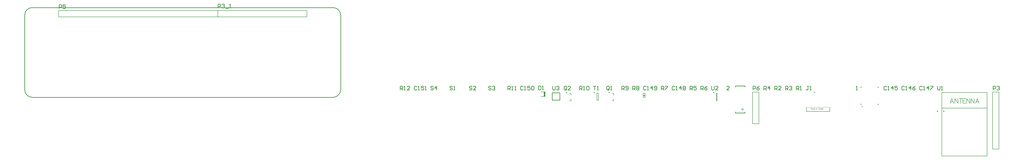
<source format=gto>
G04*
G04 #@! TF.GenerationSoftware,Altium Limited,Altium Designer,18.1.9 (240)*
G04*
G04 Layer_Color=65535*
%FSLAX44Y44*%
%MOMM*%
G71*
G01*
G75*
%ADD10C,0.3000*%
%ADD11C,0.0000*%
%ADD12C,0.2500*%
%ADD13C,0.2032*%
%ADD14C,0.2000*%
%ADD15C,0.1270*%
%ADD16C,0.2540*%
%ADD17R,0.5080X1.8000*%
%ADD18C,0.1000*%
%ADD19C,0.1984*%
D10*
X3938180Y829620D02*
G03*
X3938180Y829620I-1000J0D01*
G01*
X3963180D02*
G03*
X3963180Y829620I-1000J0D01*
G01*
D11*
X3638290Y848690D02*
G03*
X3638290Y848690I-2000J0D01*
G01*
D12*
X3448030Y905280D02*
G03*
X3448030Y905280I-1250J0D01*
G01*
X3046140Y904960D02*
G03*
X3046140Y904960I-1250J0D01*
G01*
X2629310Y904460D02*
G03*
X2629310Y904460I-1250J0D01*
G01*
X2569160Y905230D02*
G03*
X2569160Y905230I-1250J0D01*
G01*
X2459130Y904460D02*
G03*
X2459130Y904460I-1250J0D01*
G01*
D13*
X3162805Y837070D02*
G03*
X3162805Y837070I-3256J0D01*
G01*
D14*
X1066800Y1207770D02*
Y1233170D01*
X431800Y1207770D02*
X1066800D01*
X431800D02*
Y1233170D01*
X450850D01*
X1066800D01*
X1085450Y1233170D02*
X1422000D01*
X1066400D02*
X1085450D01*
X1066400Y1207770D02*
Y1233170D01*
Y1207770D02*
X1422000D01*
Y1233170D01*
X4156710Y906780D02*
X4182110D01*
Y678180D02*
Y906780D01*
X4156710Y678180D02*
X4182110D01*
X4156710D02*
Y906780D01*
X3507250Y828280D02*
Y843280D01*
X3414250Y828280D02*
Y843280D01*
Y828280D02*
X3507250D01*
X3199130Y779780D02*
X3224530D01*
X3199130D02*
Y906780D01*
X3224530Y779780D02*
Y906780D01*
X3199130D02*
X3224530D01*
X3055390Y901960D02*
X3058390D01*
X3055390Y870960D02*
X3058390D01*
X3055390D02*
Y901960D01*
X3058390Y870960D02*
Y901960D01*
X2640060Y901460D02*
X2646060D01*
Y893460D02*
Y901460D01*
X2640060Y871460D02*
X2646060D01*
Y879460D01*
X2578910Y873230D02*
X2584910D01*
Y902230D01*
X2578910D02*
X2584910D01*
X2578910Y873230D02*
Y902230D01*
X2469880Y901460D02*
X2475880D01*
Y893460D02*
Y901460D01*
X2469880Y871460D02*
X2475880D01*
Y879460D01*
X2355680Y906890D02*
X2372550D01*
X2355680Y888890D02*
X2372550D01*
Y906890D01*
D15*
X3955350Y841740D02*
X4134550D01*
X4134950Y649740D02*
Y657240D01*
X4109950Y649740D02*
X4134950D01*
X3954950D02*
X3979950D01*
X3954950D02*
Y657240D01*
X4134950Y837240D02*
Y904740D01*
X3954950D02*
X4134950D01*
X3954950Y837240D02*
Y904740D01*
X3701490Y923040D02*
Y926540D01*
X3631490Y923040D02*
Y926540D01*
X3701490Y856540D02*
Y860040D01*
X3631490Y856540D02*
Y860040D01*
X3697990Y926540D02*
X3701490D01*
X3631490D02*
X3634990D01*
X3697990Y856540D02*
X3701490D01*
X3631490D02*
X3634990D01*
X2764830Y891190D02*
X2767330Y895190D01*
X2769830Y891190D01*
X2764830D02*
X2769830D01*
X2763330D02*
Y895190D01*
X2771330Y891190D02*
Y895190D01*
X3955350Y841740D02*
X4134550D01*
X3954950Y649740D02*
Y904740D01*
Y649740D02*
X4134950D01*
Y904740D01*
X3954950D02*
X4134950D01*
X2763330Y885190D02*
Y901190D01*
X2771330Y885190D02*
Y901190D01*
X2763330D02*
X2771330D01*
X2763330Y885190D02*
X2771330D01*
D16*
X3130550Y822960D02*
Y826770D01*
Y822960D02*
X3168650D01*
Y826770D01*
X3130550Y927100D02*
Y930910D01*
X3168650D01*
Y927100D02*
Y930910D01*
X2400540Y904000D02*
X2415540D01*
X2400540Y874000D02*
Y904000D01*
Y874000D02*
X2430540D01*
Y904000D01*
X2415540D02*
X2430540D01*
X433324Y1241806D02*
Y1257041D01*
X440942D01*
X443481Y1254502D01*
Y1249424D01*
X440942Y1246884D01*
X433324D01*
X458716Y1257041D02*
X448559D01*
Y1249424D01*
X453637Y1251963D01*
X456177D01*
X458716Y1249424D01*
Y1244345D01*
X456177Y1241806D01*
X451098D01*
X448559Y1244345D01*
X1067816Y1244346D02*
Y1259581D01*
X1075434D01*
X1077973Y1257042D01*
Y1251964D01*
X1075434Y1249424D01*
X1067816D01*
X1083051Y1257042D02*
X1085590Y1259581D01*
X1090669D01*
X1093208Y1257042D01*
Y1254503D01*
X1090669Y1251964D01*
X1088129D01*
X1090669D01*
X1093208Y1249424D01*
Y1246885D01*
X1090669Y1244346D01*
X1085590D01*
X1083051Y1246885D01*
X1098286Y1241807D02*
X1108443D01*
X1113521Y1244346D02*
X1118600D01*
X1116060D01*
Y1259581D01*
X1113521Y1257042D01*
X2401697Y929762D02*
Y917066D01*
X2404236Y914527D01*
X2409315D01*
X2411854Y917066D01*
Y929762D01*
X2416932Y927223D02*
X2419471Y929762D01*
X2424550D01*
X2427089Y927223D01*
Y924684D01*
X2424550Y922144D01*
X2422010D01*
X2424550D01*
X2427089Y919605D01*
Y917066D01*
X2424550Y914527D01*
X2419471D01*
X2416932Y917066D01*
X3035681Y930270D02*
Y917574D01*
X3038220Y915035D01*
X3043299D01*
X3045838Y917574D01*
Y930270D01*
X3061073Y915035D02*
X3050916D01*
X3061073Y925192D01*
Y927731D01*
X3058534Y930270D01*
X3053455D01*
X3050916Y927731D01*
X3937127Y930270D02*
Y917574D01*
X3939666Y915035D01*
X3944745D01*
X3947284Y917574D01*
Y930270D01*
X3952362Y915035D02*
X3957440D01*
X3954901D01*
Y930270D01*
X3952362Y927731D01*
X2564765Y930524D02*
X2574922D01*
X2569843D01*
Y915289D01*
X2580000D02*
X2585078D01*
X2582539D01*
Y930524D01*
X2580000Y927985D01*
X1926206Y927477D02*
X1923667Y930016D01*
X1918588D01*
X1916049Y927477D01*
Y924938D01*
X1918588Y922399D01*
X1923667D01*
X1926206Y919859D01*
Y917320D01*
X1923667Y914781D01*
X1918588D01*
X1916049Y917320D01*
X1938902Y914781D02*
Y930016D01*
X1931284Y922399D01*
X1941441D01*
X2156076Y927477D02*
X2153537Y930016D01*
X2148458D01*
X2145919Y927477D01*
Y924938D01*
X2148458Y922399D01*
X2153537D01*
X2156076Y919859D01*
Y917320D01*
X2153537Y914781D01*
X2148458D01*
X2145919Y917320D01*
X2161154Y927477D02*
X2163693Y930016D01*
X2168772D01*
X2171311Y927477D01*
Y924938D01*
X2168772Y922399D01*
X2166232D01*
X2168772D01*
X2171311Y919859D01*
Y917320D01*
X2168772Y914781D01*
X2163693D01*
X2161154Y917320D01*
X2079876Y927477D02*
X2077336Y930016D01*
X2072258D01*
X2069719Y927477D01*
Y924938D01*
X2072258Y922399D01*
X2077336D01*
X2079876Y919859D01*
Y917320D01*
X2077336Y914781D01*
X2072258D01*
X2069719Y917320D01*
X2095111Y914781D02*
X2084954D01*
X2095111Y924938D01*
Y927477D01*
X2092572Y930016D01*
X2087493D01*
X2084954Y927477D01*
X2002406D02*
X1999866Y930016D01*
X1994788D01*
X1992249Y927477D01*
Y924938D01*
X1994788Y922399D01*
X1999866D01*
X2002406Y919859D01*
Y917320D01*
X1999866Y914781D01*
X1994788D01*
X1992249Y917320D01*
X2007484Y914781D02*
X2012562D01*
X2010023D01*
Y930016D01*
X2007484Y927477D01*
X1794129Y915035D02*
Y930270D01*
X1801747D01*
X1804286Y927731D01*
Y922653D01*
X1801747Y920113D01*
X1794129D01*
X1799207D02*
X1804286Y915035D01*
X1809364D02*
X1814442D01*
X1811903D01*
Y930270D01*
X1809364Y927731D01*
X1832217Y915035D02*
X1822060D01*
X1832217Y925192D01*
Y927731D01*
X1829677Y930270D01*
X1824599D01*
X1822060Y927731D01*
X2223135Y914781D02*
Y930016D01*
X2230753D01*
X2233292Y927477D01*
Y922399D01*
X2230753Y919859D01*
X2223135D01*
X2228213D02*
X2233292Y914781D01*
X2238370D02*
X2243448D01*
X2240909D01*
Y930016D01*
X2238370Y927477D01*
X2251066Y914781D02*
X2256144D01*
X2253605D01*
Y930016D01*
X2251066Y927477D01*
X2509139Y915035D02*
Y930270D01*
X2516756D01*
X2519296Y927731D01*
Y922653D01*
X2516756Y920113D01*
X2509139D01*
X2514217D02*
X2519296Y915035D01*
X2524374D02*
X2529452D01*
X2526913D01*
Y930270D01*
X2524374Y927731D01*
X2537070D02*
X2539609Y930270D01*
X2544688D01*
X2547227Y927731D01*
Y917574D01*
X2544688Y915035D01*
X2539609D01*
X2537070Y917574D01*
Y927731D01*
X2677795Y914781D02*
Y930016D01*
X2685413D01*
X2687952Y927477D01*
Y922399D01*
X2685413Y919859D01*
X2677795D01*
X2682873D02*
X2687952Y914781D01*
X2693030Y917320D02*
X2695569Y914781D01*
X2700648D01*
X2703187Y917320D01*
Y927477D01*
X2700648Y930016D01*
X2695569D01*
X2693030Y927477D01*
Y924938D01*
X2695569Y922399D01*
X2703187D01*
X2720975Y914781D02*
Y930016D01*
X2728593D01*
X2731132Y927477D01*
Y922399D01*
X2728593Y919859D01*
X2720975D01*
X2726053D02*
X2731132Y914781D01*
X2736210Y927477D02*
X2738749Y930016D01*
X2743828D01*
X2746367Y927477D01*
Y924938D01*
X2743828Y922399D01*
X2746367Y919859D01*
Y917320D01*
X2743828Y914781D01*
X2738749D01*
X2736210Y917320D01*
Y919859D01*
X2738749Y922399D01*
X2736210Y924938D01*
Y927477D01*
X2738749Y922399D02*
X2743828D01*
X2835275Y914781D02*
Y930016D01*
X2842892D01*
X2845432Y927477D01*
Y922399D01*
X2842892Y919859D01*
X2835275D01*
X2840353D02*
X2845432Y914781D01*
X2850510Y930016D02*
X2860667D01*
Y927477D01*
X2850510Y917320D01*
Y914781D01*
X2992755D02*
Y930016D01*
X3000373D01*
X3002912Y927477D01*
Y922399D01*
X3000373Y919859D01*
X2992755D01*
X2997833D02*
X3002912Y914781D01*
X3018147Y930016D02*
X3013069Y927477D01*
X3007990Y922399D01*
Y917320D01*
X3010529Y914781D01*
X3015608D01*
X3018147Y917320D01*
Y919859D01*
X3015608Y922399D01*
X3007990D01*
X2949575Y914781D02*
Y930016D01*
X2957192D01*
X2959732Y927477D01*
Y922399D01*
X2957192Y919859D01*
X2949575D01*
X2954653D02*
X2959732Y914781D01*
X2974967Y930016D02*
X2964810D01*
Y922399D01*
X2969888Y924938D01*
X2972428D01*
X2974967Y922399D01*
Y917320D01*
X2972428Y914781D01*
X2967349D01*
X2964810Y917320D01*
X3244215Y914781D02*
Y930016D01*
X3251833D01*
X3254372Y927477D01*
Y922399D01*
X3251833Y919859D01*
X3244215D01*
X3249293D02*
X3254372Y914781D01*
X3267068D02*
Y930016D01*
X3259450Y922399D01*
X3269607D01*
X3330575Y914781D02*
Y930016D01*
X3338192D01*
X3340732Y927477D01*
Y922399D01*
X3338192Y919859D01*
X3330575D01*
X3335653D02*
X3340732Y914781D01*
X3345810Y927477D02*
X3348349Y930016D01*
X3353428D01*
X3355967Y927477D01*
Y924938D01*
X3353428Y922399D01*
X3350888D01*
X3353428D01*
X3355967Y919859D01*
Y917320D01*
X3353428Y914781D01*
X3348349D01*
X3345810Y917320D01*
X3287395Y914781D02*
Y930016D01*
X3295013D01*
X3297552Y927477D01*
Y922399D01*
X3295013Y919859D01*
X3287395D01*
X3292473D02*
X3297552Y914781D01*
X3312787D02*
X3302630D01*
X3312787Y924938D01*
Y927477D01*
X3310247Y930016D01*
X3305169D01*
X3302630Y927477D01*
X3373755Y914781D02*
Y930016D01*
X3381372D01*
X3383912Y927477D01*
Y922399D01*
X3381372Y919859D01*
X3373755D01*
X3378833D02*
X3383912Y914781D01*
X3388990D02*
X3394068D01*
X3391529D01*
Y930016D01*
X3388990Y927477D01*
X2457320Y917066D02*
Y927223D01*
X2454780Y929762D01*
X2449702D01*
X2447163Y927223D01*
Y917066D01*
X2449702Y914527D01*
X2454780D01*
X2452241Y919605D02*
X2457320Y914527D01*
X2454780D02*
X2457320Y917066D01*
X2472555Y914527D02*
X2462398D01*
X2472555Y924684D01*
Y927223D01*
X2470016Y929762D01*
X2464937D01*
X2462398Y927223D01*
X2627500Y917066D02*
Y927223D01*
X2624961Y929762D01*
X2619882D01*
X2617343Y927223D01*
Y917066D01*
X2619882Y914527D01*
X2624961D01*
X2622421Y919605D02*
X2627500Y914527D01*
X2624961D02*
X2627500Y917066D01*
X2632578Y914527D02*
X2637656D01*
X2635117D01*
Y929762D01*
X2632578Y927223D01*
X3200781Y915289D02*
Y930524D01*
X3208398D01*
X3210938Y927985D01*
Y922906D01*
X3208398Y920367D01*
X3200781D01*
X3226173Y930524D02*
X3221094Y927985D01*
X3216016Y922906D01*
Y917828D01*
X3218555Y915289D01*
X3223634D01*
X3226173Y917828D01*
Y920367D01*
X3223634Y922906D01*
X3216016D01*
X4158361Y915289D02*
Y930524D01*
X4165978D01*
X4168518Y927985D01*
Y922906D01*
X4165978Y920367D01*
X4158361D01*
X4173596Y927985D02*
X4176135Y930524D01*
X4181214D01*
X4183753Y927985D01*
Y925446D01*
X4181214Y922906D01*
X4178674D01*
X4181214D01*
X4183753Y920367D01*
Y917828D01*
X4181214Y915289D01*
X4176135D01*
X4173596Y917828D01*
X3423028Y930524D02*
X3417949D01*
X3420489D01*
Y917828D01*
X3417949Y915289D01*
X3415410D01*
X3412871Y917828D01*
X3428106Y915289D02*
X3433185D01*
X3430645D01*
Y930524D01*
X3428106Y927985D01*
X2345055Y930778D02*
Y915543D01*
X2352672D01*
X2355212Y918082D01*
Y928239D01*
X2352672Y930778D01*
X2345055D01*
X2360290Y915543D02*
X2365368D01*
X2362829D01*
Y930778D01*
X2360290Y928239D01*
X1860166Y927731D02*
X1857626Y930270D01*
X1852548D01*
X1850009Y927731D01*
Y917574D01*
X1852548Y915035D01*
X1857626D01*
X1860166Y917574D01*
X1865244Y915035D02*
X1870322D01*
X1867783D01*
Y930270D01*
X1865244Y927731D01*
X1888097Y930270D02*
X1877940D01*
Y922653D01*
X1883018Y925192D01*
X1885558D01*
X1888097Y922653D01*
Y917574D01*
X1885558Y915035D01*
X1880479D01*
X1877940Y917574D01*
X1893175Y915035D02*
X1898253D01*
X1895714D01*
Y930270D01*
X1893175Y927731D01*
X2284346D02*
X2281806Y930270D01*
X2276728D01*
X2274189Y927731D01*
Y917574D01*
X2276728Y915035D01*
X2281806D01*
X2284346Y917574D01*
X2289424Y915035D02*
X2294502D01*
X2291963D01*
Y930270D01*
X2289424Y927731D01*
X2312277Y930270D02*
X2302120D01*
Y922653D01*
X2307198Y925192D01*
X2309738D01*
X2312277Y922653D01*
Y917574D01*
X2309738Y915035D01*
X2304659D01*
X2302120Y917574D01*
X2317355Y927731D02*
X2319894Y930270D01*
X2324973D01*
X2327512Y927731D01*
Y917574D01*
X2324973Y915035D01*
X2319894D01*
X2317355Y917574D01*
Y927731D01*
X2774058Y927477D02*
X2771519Y930016D01*
X2766440D01*
X2763901Y927477D01*
Y917320D01*
X2766440Y914781D01*
X2771519D01*
X2774058Y917320D01*
X2779136Y914781D02*
X2784214D01*
X2781675D01*
Y930016D01*
X2779136Y927477D01*
X2799449Y914781D02*
Y930016D01*
X2791832Y922399D01*
X2801989D01*
X2807067Y917320D02*
X2809606Y914781D01*
X2814684D01*
X2817224Y917320D01*
Y927477D01*
X2814684Y930016D01*
X2809606D01*
X2807067Y927477D01*
Y924938D01*
X2809606Y922399D01*
X2817224D01*
X2888866Y927731D02*
X2886327Y930270D01*
X2881248D01*
X2878709Y927731D01*
Y917574D01*
X2881248Y915035D01*
X2886327D01*
X2888866Y917574D01*
X2893944Y915035D02*
X2899023D01*
X2896483D01*
Y930270D01*
X2893944Y927731D01*
X2914258Y915035D02*
Y930270D01*
X2906640Y922653D01*
X2916797D01*
X2921875Y927731D02*
X2924414Y930270D01*
X2929492D01*
X2932032Y927731D01*
Y925192D01*
X2929492Y922653D01*
X2932032Y920113D01*
Y917574D01*
X2929492Y915035D01*
X2924414D01*
X2921875Y917574D01*
Y920113D01*
X2924414Y922653D01*
X2921875Y925192D01*
Y927731D01*
X2924414Y922653D02*
X2929492D01*
X3875656Y927731D02*
X3873116Y930270D01*
X3868038D01*
X3865499Y927731D01*
Y917574D01*
X3868038Y915035D01*
X3873116D01*
X3875656Y917574D01*
X3880734Y915035D02*
X3885812D01*
X3883273D01*
Y930270D01*
X3880734Y927731D01*
X3901047Y915035D02*
Y930270D01*
X3893430Y922653D01*
X3903587D01*
X3908665Y930270D02*
X3918822D01*
Y927731D01*
X3908665Y917574D01*
Y915035D01*
X3804536Y927731D02*
X3801996Y930270D01*
X3796918D01*
X3794379Y927731D01*
Y917574D01*
X3796918Y915035D01*
X3801996D01*
X3804536Y917574D01*
X3809614Y915035D02*
X3814692D01*
X3812153D01*
Y930270D01*
X3809614Y927731D01*
X3829927Y915035D02*
Y930270D01*
X3822310Y922653D01*
X3832467D01*
X3847702Y930270D02*
X3842623Y927731D01*
X3837545Y922653D01*
Y917574D01*
X3840084Y915035D01*
X3845163D01*
X3847702Y917574D01*
Y920113D01*
X3845163Y922653D01*
X3837545D01*
X3733416Y927731D02*
X3730876Y930270D01*
X3725798D01*
X3723259Y927731D01*
Y917574D01*
X3725798Y915035D01*
X3730876D01*
X3733416Y917574D01*
X3738494Y915035D02*
X3743572D01*
X3741033D01*
Y930270D01*
X3738494Y927731D01*
X3758807Y915035D02*
Y930270D01*
X3751190Y922653D01*
X3761347D01*
X3776582Y930270D02*
X3766425D01*
Y922653D01*
X3771503Y925192D01*
X3774043D01*
X3776582Y922653D01*
Y917574D01*
X3774043Y915035D01*
X3768964D01*
X3766425Y917574D01*
X3106290Y914527D02*
X3096133D01*
X3106290Y924684D01*
Y927223D01*
X3103751Y929762D01*
X3098672D01*
X3096133Y927223D01*
X3612515Y915289D02*
X3617593D01*
X3615054D01*
Y930524D01*
X3612515Y927985D01*
X1526500Y885220D02*
G03*
X1556500Y915220I0J30000D01*
G01*
X296500D02*
G03*
X326500Y885220I30000J0D01*
G01*
Y1245220D02*
G03*
X296500Y1215220I0J-30000D01*
G01*
X1556500D02*
G03*
X1526500Y1245220I-30000J0D01*
G01*
X326500Y885220D02*
X1526500D01*
X296500Y915220D02*
Y1215220D01*
X326500Y1245220D02*
X1526500D01*
X1556500Y915220D02*
Y1215220D01*
D17*
X2370010Y897890D02*
D03*
D18*
X3410750Y845280D02*
X3510750D01*
X3432810Y841928D02*
Y836930D01*
X3435309D01*
X3436142Y837763D01*
Y838596D01*
X3435309Y839429D01*
X3432810D01*
X3435309D01*
X3436142Y840262D01*
Y841095D01*
X3435309Y841928D01*
X3432810D01*
X3438641Y836930D02*
X3440308D01*
X3441141Y837763D01*
Y839429D01*
X3440308Y840262D01*
X3438641D01*
X3437809Y839429D01*
Y837763D01*
X3438641Y836930D01*
X3443640Y840262D02*
X3445306D01*
X3446139Y839429D01*
Y836930D01*
X3443640D01*
X3442807Y837763D01*
X3443640Y838596D01*
X3446139D01*
X3447805Y840262D02*
Y836930D01*
Y838596D01*
X3448638Y839429D01*
X3449471Y840262D01*
X3450304D01*
X3456136Y841928D02*
Y836930D01*
X3453636D01*
X3452804Y837763D01*
Y839429D01*
X3453636Y840262D01*
X3456136D01*
X3466133Y841928D02*
X3462800D01*
Y836930D01*
X3466133D01*
X3462800Y839429D02*
X3464466D01*
X3471131Y841928D02*
Y836930D01*
X3468632D01*
X3467798Y837763D01*
Y839429D01*
X3468632Y840262D01*
X3471131D01*
X3474463Y835264D02*
X3475296D01*
X3476129Y836097D01*
Y840262D01*
X3473630D01*
X3472797Y839429D01*
Y837763D01*
X3473630Y836930D01*
X3476129D01*
X3480294D02*
X3478628D01*
X3477795Y837763D01*
Y839429D01*
X3478628Y840262D01*
X3480294D01*
X3481128Y839429D01*
Y838596D01*
X3477795D01*
D19*
X4001984Y861249D02*
X3994842Y879995D01*
X3987701Y861249D01*
X3990379Y867498D02*
X3999306D01*
X4006358Y879995D02*
Y861249D01*
Y879995D02*
X4018855Y861249D01*
Y879995D02*
Y861249D01*
X4030281Y879995D02*
Y861249D01*
X4024033Y879995D02*
X4036530D01*
X4050366D02*
X4038762D01*
Y861249D01*
X4050366D01*
X4038762Y871069D02*
X4045903D01*
X4053490Y879995D02*
Y861249D01*
Y879995D02*
X4065988Y861249D01*
Y879995D02*
Y861249D01*
X4071165Y879995D02*
Y861249D01*
Y879995D02*
X4083663Y861249D01*
Y879995D02*
Y861249D01*
X4103123D02*
X4095981Y879995D01*
X4088840Y861249D01*
X4091518Y867498D02*
X4100445D01*
M02*

</source>
